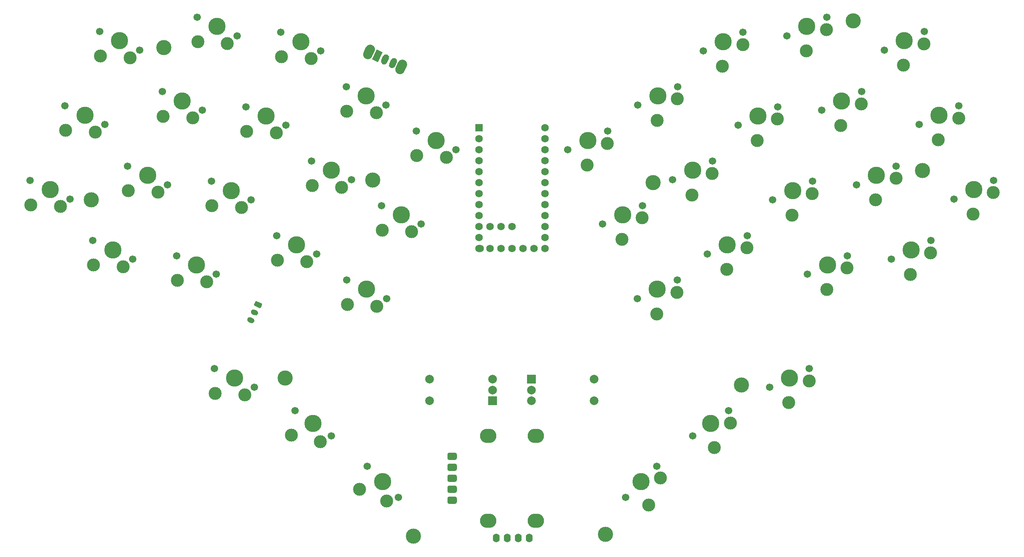
<source format=gbr>
%TF.GenerationSoftware,KiCad,Pcbnew,(5.1.10)-1*%
%TF.CreationDate,2021-12-17T13:55:30-08:00*%
%TF.ProjectId,barobord,6261726f-626f-4726-942e-6b696361645f,rev?*%
%TF.SameCoordinates,Original*%
%TF.FileFunction,Soldermask,Top*%
%TF.FilePolarity,Negative*%
%FSLAX46Y46*%
G04 Gerber Fmt 4.6, Leading zero omitted, Abs format (unit mm)*
G04 Created by KiCad (PCBNEW (5.1.10)-1) date 2021-12-17 13:55:30*
%MOMM*%
%LPD*%
G01*
G04 APERTURE LIST*
%ADD10C,3.500000*%
%ADD11C,1.701800*%
%ADD12C,3.987800*%
%ADD13C,3.000000*%
%ADD14C,0.100000*%
%ADD15C,1.752600*%
%ADD16R,1.752600X1.752600*%
%ADD17R,2.000000X2.000000*%
%ADD18C,2.000000*%
%ADD19O,1.600000X2.000000*%
%ADD20O,3.800000X3.300000*%
G04 APERTURE END LIST*
%TO.C,J2*%
G36*
G01*
X79457720Y-101984403D02*
X79956190Y-102216843D01*
G75*
G02*
X80246404Y-103014199I-253571J-543785D01*
G01*
X80246404Y-103014199D01*
G75*
G02*
X79449048Y-103304413I-543785J253571D01*
G01*
X78950578Y-103071973D01*
G75*
G02*
X78660364Y-102274617I253571J543785D01*
G01*
X78660364Y-102274617D01*
G75*
G02*
X79457720Y-101984403I543785J-253571D01*
G01*
G37*
G36*
G01*
X80302956Y-100171788D02*
X80801426Y-100404228D01*
G75*
G02*
X81091640Y-101201584I-253571J-543785D01*
G01*
X81091640Y-101201584D01*
G75*
G02*
X80294284Y-101491798I-543785J253571D01*
G01*
X79795814Y-101259358D01*
G75*
G02*
X79505600Y-100462002I253571J543785D01*
G01*
X79505600Y-100462002D01*
G75*
G02*
X80302956Y-100171788I543785J-253571D01*
G01*
G37*
G36*
G01*
X80830985Y-98211256D02*
X81963871Y-98739529D01*
G75*
G02*
X82084793Y-99071759I-105654J-226576D01*
G01*
X81788959Y-99706176D01*
G75*
G02*
X81456729Y-99827098I-226576J105654D01*
G01*
X80323843Y-99298825D01*
G75*
G02*
X80202921Y-98966595I105654J226576D01*
G01*
X80498755Y-98332178D01*
G75*
G02*
X80830985Y-98211256I226576J-105654D01*
G01*
G37*
%TD*%
D10*
%TO.C,*%
X192791479Y-117611033D03*
%TD*%
D11*
%TO.C,SW29*%
X228576198Y-66990174D03*
X219368110Y-71283976D03*
D12*
X223972154Y-69137075D03*
D13*
X228498637Y-69828921D03*
X223817033Y-74814569D03*
%TD*%
D10*
%TO.C,*%
X234594728Y-68006174D03*
%TD*%
D11*
%TO.C,SW9*%
X212516704Y-32550480D03*
X203308616Y-36844282D03*
D12*
X207912660Y-34697381D03*
D13*
X212439143Y-35389227D03*
X207757539Y-40374875D03*
%TD*%
D10*
%TO.C,*%
X218595235Y-33406481D03*
%TD*%
%TO.C,*%
X172389411Y-70812237D03*
%TD*%
%TO.C,*%
X161398014Y-152209572D03*
%TD*%
%TO.C,*%
X116994514Y-152609572D03*
%TD*%
%TO.C,*%
X87391049Y-116011033D03*
%TD*%
%TO.C,*%
X107593118Y-70212237D03*
%TD*%
%TO.C,*%
X42597800Y-74806174D03*
%TD*%
%TO.C,*%
X59397294Y-39606481D03*
%TD*%
%TO.C,SW46*%
G36*
G01*
X112935695Y-44171767D02*
X113485099Y-42993567D01*
G75*
G02*
X114946918Y-42461508I996939J-464880D01*
G01*
X114946918Y-42461508D01*
G75*
G02*
X115478977Y-43923327I-464880J-996939D01*
G01*
X114929573Y-45101527D01*
G75*
G02*
X113467754Y-45633586I-996939J464880D01*
G01*
X113467754Y-45633586D01*
G75*
G02*
X112935695Y-44171767I464880J996939D01*
G01*
G37*
G36*
G01*
X105503971Y-40706298D02*
X106053375Y-39528098D01*
G75*
G02*
X107515194Y-38996039I996939J-464880D01*
G01*
X107515194Y-38996039D01*
G75*
G02*
X108047253Y-40457858I-464880J-996939D01*
G01*
X107497849Y-41636058D01*
G75*
G02*
X106036030Y-42168117I-996939J464880D01*
G01*
X106036030Y-42168117D01*
G75*
G02*
X105503971Y-40706298I464880J996939D01*
G01*
G37*
G36*
G01*
X111413049Y-43296239D02*
X111835667Y-42389931D01*
G75*
G02*
X112832362Y-42027164I679731J-316964D01*
G01*
X112832362Y-42027164D01*
G75*
G02*
X113195129Y-43023859I-316964J-679731D01*
G01*
X112772511Y-43930167D01*
G75*
G02*
X111775816Y-44292934I-679731J316964D01*
G01*
X111775816Y-44292934D01*
G75*
G02*
X111413049Y-43296239I316964J679731D01*
G01*
G37*
G36*
G01*
X109600434Y-42451003D02*
X110023052Y-41544695D01*
G75*
G02*
X111019747Y-41181928I679731J-316964D01*
G01*
X111019747Y-41181928D01*
G75*
G02*
X111382514Y-42178623I-316964J-679731D01*
G01*
X110959896Y-43084931D01*
G75*
G02*
X109963201Y-43447698I-679731J316964D01*
G01*
X109963201Y-43447698D01*
G75*
G02*
X109600434Y-42451003I316964J679731D01*
G01*
G37*
D14*
G36*
X107470854Y-42285497D02*
G01*
X108527400Y-40019728D01*
X109886862Y-40653655D01*
X108830316Y-42919424D01*
X107470854Y-42285497D01*
G37*
%TD*%
D15*
%TO.C,U2*%
X132173857Y-58081176D03*
X132173857Y-60621176D03*
X132173857Y-63161176D03*
X132173857Y-65701176D03*
X132173857Y-68241176D03*
X132173857Y-70781176D03*
X132173857Y-73321176D03*
X132173857Y-75861176D03*
X132173857Y-78401176D03*
X132173857Y-80941176D03*
X132173857Y-83481176D03*
X147413857Y-86021176D03*
X147413857Y-83481176D03*
X147413857Y-80941176D03*
X147413857Y-78401176D03*
X147413857Y-75861176D03*
X147413857Y-73321176D03*
X147413857Y-70781176D03*
X147413857Y-68241176D03*
X147413857Y-65701176D03*
X147413857Y-63161176D03*
X147413857Y-60621176D03*
X132173857Y-86021176D03*
X147413857Y-58081176D03*
X134713857Y-80941176D03*
X137253857Y-80941176D03*
X139793857Y-80941176D03*
%TD*%
%TO.C,U1*%
X134713857Y-86021176D03*
X137253857Y-86021176D03*
X139793857Y-86021176D03*
X142333857Y-86021176D03*
X144873857Y-86021176D03*
X147413857Y-58081176D03*
X132402457Y-86021176D03*
X147413857Y-60621176D03*
X147413857Y-63161176D03*
X147413857Y-65701176D03*
X147413857Y-68241176D03*
X147413857Y-70781176D03*
X147413857Y-73321176D03*
X147413857Y-75861176D03*
X147413857Y-78401176D03*
X147413857Y-80941176D03*
X147413857Y-83481176D03*
X147413857Y-86021176D03*
X132173857Y-83481176D03*
X132173857Y-80941176D03*
X132173857Y-78401176D03*
X132173857Y-75861176D03*
X132173857Y-73321176D03*
X132173857Y-70781176D03*
X132173857Y-68241176D03*
X132173857Y-65701176D03*
X132173857Y-63161176D03*
X132173857Y-60621176D03*
D16*
X132173857Y-58081176D03*
%TD*%
D17*
%TO.C,SW43*%
X144293857Y-116309177D03*
D18*
X144293857Y-118809177D03*
X144293857Y-121309177D03*
X158793857Y-116309177D03*
X158793857Y-121309177D03*
%TD*%
D17*
%TO.C,SW42*%
X135293857Y-121309176D03*
D18*
X135293857Y-118809176D03*
X135293857Y-116309176D03*
X120793857Y-121309176D03*
X120793857Y-116309176D03*
%TD*%
D19*
%TO.C,Brd1*%
X141273858Y-153009176D03*
X143813858Y-153009176D03*
X138733858Y-153009176D03*
X136193858Y-153009176D03*
%TD*%
D20*
%TO.C,J1*%
X134293857Y-129409177D03*
X145293857Y-129409177D03*
X145293857Y-149009177D03*
X134293857Y-149009177D03*
G36*
G01*
X127069857Y-133704177D02*
X127069857Y-134554177D01*
G75*
G02*
X126644857Y-134979177I-425000J0D01*
G01*
X125294857Y-134979177D01*
G75*
G02*
X124869857Y-134554177I0J425000D01*
G01*
X124869857Y-133704177D01*
G75*
G02*
X125294857Y-133279177I425000J0D01*
G01*
X126644857Y-133279177D01*
G75*
G02*
X127069857Y-133704177I0J-425000D01*
G01*
G37*
G36*
G01*
X126644857Y-137519177D02*
X125294857Y-137519177D01*
G75*
G02*
X124869857Y-137094177I0J425000D01*
G01*
X124869857Y-136244177D01*
G75*
G02*
X125294857Y-135819177I425000J0D01*
G01*
X126644857Y-135819177D01*
G75*
G02*
X127069857Y-136244177I0J-425000D01*
G01*
X127069857Y-137094177D01*
G75*
G02*
X126644857Y-137519177I-425000J0D01*
G01*
G37*
G36*
G01*
X126644857Y-140059177D02*
X125294857Y-140059177D01*
G75*
G02*
X124869857Y-139634177I0J425000D01*
G01*
X124869857Y-138784177D01*
G75*
G02*
X125294857Y-138359177I425000J0D01*
G01*
X126644857Y-138359177D01*
G75*
G02*
X127069857Y-138784177I0J-425000D01*
G01*
X127069857Y-139634177D01*
G75*
G02*
X126644857Y-140059177I-425000J0D01*
G01*
G37*
G36*
G01*
X126644857Y-142599177D02*
X125294857Y-142599177D01*
G75*
G02*
X124869857Y-142174177I0J425000D01*
G01*
X124869857Y-141324177D01*
G75*
G02*
X125294857Y-140899177I425000J0D01*
G01*
X126644857Y-140899177D01*
G75*
G02*
X127069857Y-141324177I0J-425000D01*
G01*
X127069857Y-142174177D01*
G75*
G02*
X126644857Y-142599177I-425000J0D01*
G01*
G37*
G36*
G01*
X126644857Y-145139177D02*
X125294857Y-145139177D01*
G75*
G02*
X124869857Y-144714177I0J425000D01*
G01*
X124869857Y-143864177D01*
G75*
G02*
X125294857Y-143439177I425000J0D01*
G01*
X126644857Y-143439177D01*
G75*
G02*
X127069857Y-143864177I0J-425000D01*
G01*
X127069857Y-144714177D01*
G75*
G02*
X126644857Y-145139177I-425000J0D01*
G01*
G37*
%TD*%
D11*
%TO.C,SW24*%
X94654113Y-87343470D03*
X85446025Y-83049668D03*
D12*
X90050069Y-85196569D03*
D13*
X92429651Y-89108766D03*
X85601146Y-88727162D03*
%TD*%
D11*
%TO.C,SW4*%
X110713607Y-52903775D03*
X101505519Y-48609973D03*
D12*
X106109563Y-50756874D03*
D13*
X108489145Y-54669071D03*
X101660640Y-54287467D03*
%TD*%
D11*
%TO.C,SW14*%
X102683860Y-70123622D03*
X93475772Y-65829820D03*
D12*
X98079816Y-67976721D03*
D13*
X100459398Y-71888918D03*
X93630893Y-71507314D03*
%TD*%
D11*
%TO.C,SW34*%
X98028874Y-129424800D03*
X89706290Y-123597264D03*
D12*
X93867582Y-126511032D03*
D13*
X95531667Y-130777004D03*
X88873168Y-129215440D03*
%TD*%
D11*
%TO.C,SW7*%
X178077009Y-48609973D03*
X168868921Y-52903775D03*
D12*
X173472965Y-50756874D03*
D13*
X177999448Y-51448720D03*
X173317844Y-56434368D03*
%TD*%
D11*
%TO.C,SW40*%
X236605944Y-84210021D03*
X227397856Y-88503823D03*
D12*
X232001900Y-86356922D03*
D13*
X236528383Y-87048768D03*
X231846779Y-92034416D03*
%TD*%
D11*
%TO.C,SW39*%
X217273007Y-87708228D03*
X208064919Y-92002030D03*
D12*
X212668963Y-89855129D03*
D13*
X217195446Y-90546975D03*
X212513842Y-95532623D03*
%TD*%
D11*
%TO.C,SW38*%
X208505523Y-113864131D03*
X199297435Y-118157933D03*
D12*
X203901479Y-116011032D03*
D13*
X208427962Y-116702878D03*
X203746358Y-121688526D03*
%TD*%
D11*
%TO.C,SW37*%
X189876238Y-123597263D03*
X181553654Y-129424799D03*
D12*
X185714946Y-126511031D03*
D13*
X190292799Y-126406351D03*
X186548068Y-132129208D03*
%TD*%
D11*
%TO.C,SW36*%
X173220117Y-136417469D03*
X166035913Y-143601673D03*
D12*
X169628015Y-140009571D03*
D13*
X174118143Y-139111545D03*
X171424066Y-145397725D03*
%TD*%
D11*
%TO.C,SW35*%
X113546616Y-143601673D03*
X106362412Y-136417469D03*
D12*
X109954514Y-140009571D03*
D13*
X110852540Y-144499699D03*
X104566360Y-141805622D03*
%TD*%
D11*
%TO.C,SW33*%
X80285093Y-118157934D03*
X71077005Y-113864132D03*
D12*
X75681049Y-116011033D03*
D13*
X78060631Y-119923230D03*
X71232126Y-119541626D03*
%TD*%
D11*
%TO.C,SW32*%
X71517610Y-92002031D03*
X62309522Y-87708229D03*
D12*
X66913566Y-89855130D03*
D13*
X69293148Y-93767327D03*
X62464643Y-93385723D03*
%TD*%
D11*
%TO.C,SW31*%
X52184673Y-88503823D03*
X42976585Y-84210021D03*
D12*
X47580629Y-86356922D03*
D13*
X49960211Y-90269119D03*
X43131706Y-89887515D03*
%TD*%
D11*
%TO.C,SW30*%
X251078772Y-70289273D03*
X241870684Y-74583075D03*
D12*
X246474728Y-72436174D03*
D13*
X251001211Y-73128020D03*
X246319607Y-78113668D03*
%TD*%
D11*
%TO.C,SW28*%
X209243259Y-70488382D03*
X200035171Y-74782184D03*
D12*
X204639215Y-72635283D03*
D13*
X209165698Y-73327129D03*
X204484094Y-78312777D03*
%TD*%
D11*
%TO.C,SW27*%
X194136503Y-83049667D03*
X184928415Y-87343469D03*
D12*
X189532459Y-85196568D03*
D13*
X194058942Y-85888414D03*
X189377338Y-90874062D03*
%TD*%
D11*
%TO.C,SW26*%
X177973201Y-93345184D03*
X168765113Y-97638986D03*
D12*
X173369157Y-95492085D03*
D13*
X177895640Y-96183931D03*
X173214036Y-101169579D03*
%TD*%
D11*
%TO.C,SW25*%
X110817415Y-97638986D03*
X101609327Y-93345184D03*
D12*
X106213371Y-95492085D03*
D13*
X108592953Y-99404282D03*
X101764448Y-99022678D03*
%TD*%
D11*
%TO.C,SW23*%
X79547357Y-74782183D03*
X70339269Y-70488381D03*
D12*
X74943313Y-72635282D03*
D13*
X77322895Y-76547479D03*
X70494390Y-76165875D03*
%TD*%
D11*
%TO.C,SW22*%
X60214419Y-71283976D03*
X51006331Y-66990174D03*
D12*
X55610375Y-69137075D03*
D13*
X57989957Y-73049272D03*
X51161452Y-72667668D03*
%TD*%
D11*
%TO.C,SW21*%
X37711844Y-74583075D03*
X28503756Y-70289273D03*
D12*
X33107800Y-72436174D03*
D13*
X35487382Y-76348371D03*
X28658877Y-75966767D03*
%TD*%
D11*
%TO.C,SW20*%
X243049025Y-53069426D03*
X233840937Y-57363228D03*
D12*
X238444981Y-55216327D03*
D13*
X242971464Y-55908173D03*
X238289860Y-60893821D03*
%TD*%
D11*
%TO.C,SW19*%
X220546451Y-49770327D03*
X211338363Y-54064129D03*
D12*
X215942407Y-51917228D03*
D13*
X220468890Y-52609074D03*
X215787286Y-57594722D03*
%TD*%
D11*
%TO.C,SW18*%
X201213512Y-53268535D03*
X192005424Y-57562337D03*
D12*
X196609468Y-55415436D03*
D13*
X201135951Y-56107282D03*
X196454347Y-61092930D03*
%TD*%
D11*
%TO.C,SW17*%
X186106757Y-65829819D03*
X176898669Y-70123621D03*
D12*
X181502713Y-67976720D03*
D13*
X186029196Y-68668566D03*
X181347592Y-73654214D03*
%TD*%
D11*
%TO.C,SW16*%
X169943456Y-76125337D03*
X160735368Y-80419139D03*
D12*
X165339412Y-78272238D03*
D13*
X169865895Y-78964084D03*
X165184291Y-83949732D03*
%TD*%
D11*
%TO.C,SW15*%
X118847162Y-80419139D03*
X109639074Y-76125337D03*
D12*
X114243118Y-78272238D03*
D13*
X116622700Y-82184435D03*
X109794195Y-81802831D03*
%TD*%
D11*
%TO.C,SW13*%
X87577104Y-57562336D03*
X78369016Y-53268534D03*
D12*
X82973060Y-55415435D03*
D13*
X85352642Y-59327632D03*
X78524137Y-58946028D03*
%TD*%
D11*
%TO.C,SW12*%
X68244167Y-54064129D03*
X59036079Y-49770327D03*
D12*
X63640123Y-51917228D03*
D13*
X66019705Y-55829425D03*
X59191200Y-55447821D03*
%TD*%
D11*
%TO.C,SW11*%
X45741592Y-57363229D03*
X36533504Y-53069427D03*
D12*
X41137548Y-55216328D03*
D13*
X43517130Y-59128525D03*
X36688625Y-58746921D03*
%TD*%
D11*
%TO.C,SW10*%
X235019278Y-35849579D03*
X225811190Y-40143381D03*
D12*
X230415234Y-37996480D03*
D13*
X234941717Y-38688326D03*
X230260113Y-43673974D03*
%TD*%
D11*
%TO.C,SW8*%
X193183766Y-36048687D03*
X183975678Y-40342489D03*
D12*
X188579722Y-38195588D03*
D13*
X193106205Y-38887434D03*
X188424601Y-43873082D03*
%TD*%
D11*
%TO.C,SW6*%
X161913709Y-58905490D03*
X152705621Y-63199292D03*
D12*
X157309665Y-61052391D03*
D13*
X161836148Y-61744237D03*
X157154544Y-66729885D03*
%TD*%
D11*
%TO.C,SW5*%
X126876908Y-63199292D03*
X117668820Y-58905490D03*
D12*
X122272864Y-61052391D03*
D13*
X124652446Y-64964588D03*
X117823941Y-64582984D03*
%TD*%
D11*
%TO.C,SW3*%
X95606851Y-40342490D03*
X86398763Y-36048688D03*
D12*
X91002807Y-38195589D03*
D13*
X93382389Y-42107786D03*
X86553884Y-41726182D03*
%TD*%
D11*
%TO.C,SW2*%
X76273913Y-36844282D03*
X67065825Y-32550480D03*
D12*
X71669869Y-34697381D03*
D13*
X74049451Y-38609578D03*
X67220946Y-38227974D03*
%TD*%
D11*
%TO.C,SW1*%
X53771338Y-40143382D03*
X44563250Y-35849580D03*
D12*
X49167294Y-37996481D03*
D13*
X51546876Y-41908678D03*
X44718371Y-41527074D03*
%TD*%
M02*

</source>
